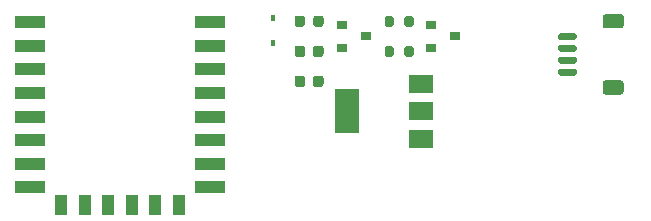
<source format=gbr>
%TF.GenerationSoftware,KiCad,Pcbnew,(5.1.9)-1*%
%TF.CreationDate,2021-03-30T00:19:54-04:00*%
%TF.ProjectId,wled,776c6564-2e6b-4696-9361-645f70636258,rev?*%
%TF.SameCoordinates,Original*%
%TF.FileFunction,Paste,Top*%
%TF.FilePolarity,Positive*%
%FSLAX46Y46*%
G04 Gerber Fmt 4.6, Leading zero omitted, Abs format (unit mm)*
G04 Created by KiCad (PCBNEW (5.1.9)-1) date 2021-03-30 00:19:54*
%MOMM*%
%LPD*%
G01*
G04 APERTURE LIST*
%ADD10R,0.450000X0.600000*%
%ADD11R,2.000000X3.800000*%
%ADD12R,2.000000X1.500000*%
%ADD13R,0.900000X0.800000*%
%ADD14R,2.500000X1.000000*%
%ADD15R,1.000000X1.800000*%
G04 APERTURE END LIST*
%TO.C,R2*%
G36*
G01*
X61385000Y-34565000D02*
X61385000Y-34015000D01*
G75*
G02*
X61585000Y-33815000I200000J0D01*
G01*
X61985000Y-33815000D01*
G75*
G02*
X62185000Y-34015000I0J-200000D01*
G01*
X62185000Y-34565000D01*
G75*
G02*
X61985000Y-34765000I-200000J0D01*
G01*
X61585000Y-34765000D01*
G75*
G02*
X61385000Y-34565000I0J200000D01*
G01*
G37*
G36*
G01*
X59735000Y-34565000D02*
X59735000Y-34015000D01*
G75*
G02*
X59935000Y-33815000I200000J0D01*
G01*
X60335000Y-33815000D01*
G75*
G02*
X60535000Y-34015000I0J-200000D01*
G01*
X60535000Y-34565000D01*
G75*
G02*
X60335000Y-34765000I-200000J0D01*
G01*
X59935000Y-34765000D01*
G75*
G02*
X59735000Y-34565000I0J200000D01*
G01*
G37*
%TD*%
%TO.C,R1*%
G36*
G01*
X61385000Y-32025000D02*
X61385000Y-31475000D01*
G75*
G02*
X61585000Y-31275000I200000J0D01*
G01*
X61985000Y-31275000D01*
G75*
G02*
X62185000Y-31475000I0J-200000D01*
G01*
X62185000Y-32025000D01*
G75*
G02*
X61985000Y-32225000I-200000J0D01*
G01*
X61585000Y-32225000D01*
G75*
G02*
X61385000Y-32025000I0J200000D01*
G01*
G37*
G36*
G01*
X59735000Y-32025000D02*
X59735000Y-31475000D01*
G75*
G02*
X59935000Y-31275000I200000J0D01*
G01*
X60335000Y-31275000D01*
G75*
G02*
X60535000Y-31475000I0J-200000D01*
G01*
X60535000Y-32025000D01*
G75*
G02*
X60335000Y-32225000I-200000J0D01*
G01*
X59935000Y-32225000D01*
G75*
G02*
X59735000Y-32025000I0J200000D01*
G01*
G37*
%TD*%
%TO.C,D2*%
G36*
G01*
X52990000Y-31493750D02*
X52990000Y-32006250D01*
G75*
G02*
X52771250Y-32225000I-218750J0D01*
G01*
X52333750Y-32225000D01*
G75*
G02*
X52115000Y-32006250I0J218750D01*
G01*
X52115000Y-31493750D01*
G75*
G02*
X52333750Y-31275000I218750J0D01*
G01*
X52771250Y-31275000D01*
G75*
G02*
X52990000Y-31493750I0J-218750D01*
G01*
G37*
G36*
G01*
X54565000Y-31493750D02*
X54565000Y-32006250D01*
G75*
G02*
X54346250Y-32225000I-218750J0D01*
G01*
X53908750Y-32225000D01*
G75*
G02*
X53690000Y-32006250I0J218750D01*
G01*
X53690000Y-31493750D01*
G75*
G02*
X53908750Y-31275000I218750J0D01*
G01*
X54346250Y-31275000D01*
G75*
G02*
X54565000Y-31493750I0J-218750D01*
G01*
G37*
%TD*%
%TO.C,C2*%
G36*
G01*
X53015000Y-34040000D02*
X53015000Y-34540000D01*
G75*
G02*
X52790000Y-34765000I-225000J0D01*
G01*
X52340000Y-34765000D01*
G75*
G02*
X52115000Y-34540000I0J225000D01*
G01*
X52115000Y-34040000D01*
G75*
G02*
X52340000Y-33815000I225000J0D01*
G01*
X52790000Y-33815000D01*
G75*
G02*
X53015000Y-34040000I0J-225000D01*
G01*
G37*
G36*
G01*
X54565000Y-34040000D02*
X54565000Y-34540000D01*
G75*
G02*
X54340000Y-34765000I-225000J0D01*
G01*
X53890000Y-34765000D01*
G75*
G02*
X53665000Y-34540000I0J225000D01*
G01*
X53665000Y-34040000D01*
G75*
G02*
X53890000Y-33815000I225000J0D01*
G01*
X54340000Y-33815000D01*
G75*
G02*
X54565000Y-34040000I0J-225000D01*
G01*
G37*
%TD*%
%TO.C,C1*%
G36*
G01*
X53015000Y-36580000D02*
X53015000Y-37080000D01*
G75*
G02*
X52790000Y-37305000I-225000J0D01*
G01*
X52340000Y-37305000D01*
G75*
G02*
X52115000Y-37080000I0J225000D01*
G01*
X52115000Y-36580000D01*
G75*
G02*
X52340000Y-36355000I225000J0D01*
G01*
X52790000Y-36355000D01*
G75*
G02*
X53015000Y-36580000I0J-225000D01*
G01*
G37*
G36*
G01*
X54565000Y-36580000D02*
X54565000Y-37080000D01*
G75*
G02*
X54340000Y-37305000I-225000J0D01*
G01*
X53890000Y-37305000D01*
G75*
G02*
X53665000Y-37080000I0J225000D01*
G01*
X53665000Y-36580000D01*
G75*
G02*
X53890000Y-36355000I225000J0D01*
G01*
X54340000Y-36355000D01*
G75*
G02*
X54565000Y-36580000I0J-225000D01*
G01*
G37*
%TD*%
D10*
%TO.C,D1*%
X50292000Y-31462000D03*
X50292000Y-33562000D03*
%TD*%
D11*
%TO.C,U2*%
X56540000Y-39370000D03*
D12*
X62840000Y-39370000D03*
X62840000Y-37070000D03*
X62840000Y-41670000D03*
%TD*%
%TO.C,J3*%
G36*
G01*
X79741001Y-32344000D02*
X78440999Y-32344000D01*
G75*
G02*
X78191000Y-32094001I0J249999D01*
G01*
X78191000Y-31393999D01*
G75*
G02*
X78440999Y-31144000I249999J0D01*
G01*
X79741001Y-31144000D01*
G75*
G02*
X79991000Y-31393999I0J-249999D01*
G01*
X79991000Y-32094001D01*
G75*
G02*
X79741001Y-32344000I-249999J0D01*
G01*
G37*
G36*
G01*
X79741001Y-37944000D02*
X78440999Y-37944000D01*
G75*
G02*
X78191000Y-37694001I0J249999D01*
G01*
X78191000Y-36993999D01*
G75*
G02*
X78440999Y-36744000I249999J0D01*
G01*
X79741001Y-36744000D01*
G75*
G02*
X79991000Y-36993999I0J-249999D01*
G01*
X79991000Y-37694001D01*
G75*
G02*
X79741001Y-37944000I-249999J0D01*
G01*
G37*
G36*
G01*
X75841000Y-33344000D02*
X74591000Y-33344000D01*
G75*
G02*
X74441000Y-33194000I0J150000D01*
G01*
X74441000Y-32894000D01*
G75*
G02*
X74591000Y-32744000I150000J0D01*
G01*
X75841000Y-32744000D01*
G75*
G02*
X75991000Y-32894000I0J-150000D01*
G01*
X75991000Y-33194000D01*
G75*
G02*
X75841000Y-33344000I-150000J0D01*
G01*
G37*
G36*
G01*
X75841000Y-34344000D02*
X74591000Y-34344000D01*
G75*
G02*
X74441000Y-34194000I0J150000D01*
G01*
X74441000Y-33894000D01*
G75*
G02*
X74591000Y-33744000I150000J0D01*
G01*
X75841000Y-33744000D01*
G75*
G02*
X75991000Y-33894000I0J-150000D01*
G01*
X75991000Y-34194000D01*
G75*
G02*
X75841000Y-34344000I-150000J0D01*
G01*
G37*
G36*
G01*
X75841000Y-35344000D02*
X74591000Y-35344000D01*
G75*
G02*
X74441000Y-35194000I0J150000D01*
G01*
X74441000Y-34894000D01*
G75*
G02*
X74591000Y-34744000I150000J0D01*
G01*
X75841000Y-34744000D01*
G75*
G02*
X75991000Y-34894000I0J-150000D01*
G01*
X75991000Y-35194000D01*
G75*
G02*
X75841000Y-35344000I-150000J0D01*
G01*
G37*
G36*
G01*
X75841000Y-36344000D02*
X74591000Y-36344000D01*
G75*
G02*
X74441000Y-36194000I0J150000D01*
G01*
X74441000Y-35894000D01*
G75*
G02*
X74591000Y-35744000I150000J0D01*
G01*
X75841000Y-35744000D01*
G75*
G02*
X75991000Y-35894000I0J-150000D01*
G01*
X75991000Y-36194000D01*
G75*
G02*
X75841000Y-36344000I-150000J0D01*
G01*
G37*
%TD*%
D13*
%TO.C,Q2*%
X65675000Y-33020000D03*
X63675000Y-33970000D03*
X63675000Y-32070000D03*
%TD*%
%TO.C,Q1*%
X58150000Y-33020000D03*
X56150000Y-33970000D03*
X56150000Y-32070000D03*
%TD*%
D14*
%TO.C,U1*%
X29738000Y-31806000D03*
X29738000Y-33806000D03*
X29738000Y-35806000D03*
X29738000Y-37806000D03*
X29738000Y-39806000D03*
X29738000Y-41806000D03*
X29738000Y-43806000D03*
X29738000Y-45806000D03*
D15*
X32338000Y-47306000D03*
X34338000Y-47306000D03*
X36338000Y-47306000D03*
X38338000Y-47306000D03*
X40338000Y-47306000D03*
X42338000Y-47306000D03*
D14*
X44938000Y-45806000D03*
X44938000Y-43806000D03*
X44938000Y-41806000D03*
X44938000Y-39806000D03*
X44938000Y-37806000D03*
X44938000Y-35806000D03*
X44938000Y-33806000D03*
X44938000Y-31806000D03*
%TD*%
M02*

</source>
